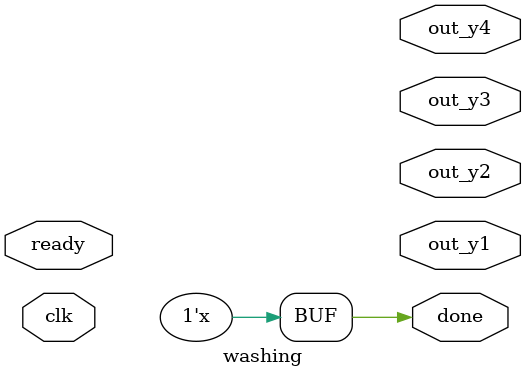
<source format=v>
module washing(
    input clk,
    input ready,
    output reg out_y1, out_y2, out_y3, out_y4,
    output reg done
);
localparam [2:0] A0 = 000
                ,A1 = 001
                ,A2 = 010
                ,A3 = 011
                ,A4 = 100
                ,A5 = 101;
reg [2:0] state_reg = 0;
reg [2:0] state_next;
reg water;
reg soap = 0;
reg dry = 0;
reg [3:0] counter = 0;
always@ (posedge clk)
begin
    state_reg<=state_next;
end
always@(*)
    case (state_reg)
        A0: 
            begin 
                if (ready) 
                    begin
                        water<=1;
                        state_next<=A1;
                    end
                else
                    begin
                        water<=0;
                        state_next<=A0;
                    end
            end
        A1:
            begin
                if(water)
                    begin
                        soap<=1;
                        state_next<=A2;
                    end
                else
                    begin
                        state_next<=A0;
                    end
            end
        A2: 
            begin
                if(soap)
                    begin
                        counter<=counter+1;
                        state_next<=A1;
                    end
                if(counter==5)
                    begin
                        state_next<=A3;
                    end 
                else
                    begin
                        state_next<=A1;
                    end            
            end
        A3:
            begin
                water<=1;
                state_next<=A4;
            end
        A4:
            begin
                if(water)
                    begin
                        dry<=1;
                        state_next<=A5;
                    end
                else
                    begin
                        state_next<=A2;        
                    end            
            end   
        A5: 
        begin
            if(dry)
                begin
                    done=1;
                    state_next<=A0;
                    out_y1<=1;
                    out_y2<=1;
                    out_y3<=1;
                    out_y4<=1;
                end
            else
                begin
                state_next<=A3;
                end
        end                                     
        default: state_next<=A0;
    endcase
endmodule          
</source>
